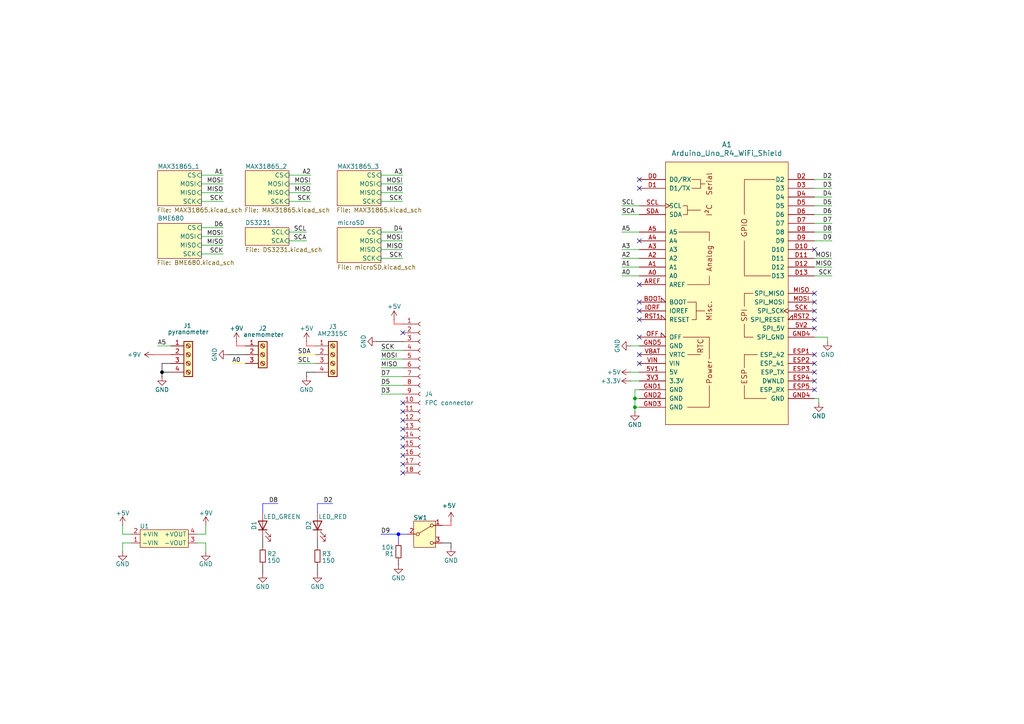
<source format=kicad_sch>
(kicad_sch (version 20231120) (generator "eeschema") (generator_version "8.0")
  (paper "A4")
  (lib_symbols
    (symbol "Connector:Conn_01x18_Socket" (pin_names (offset 1.016) hide)
      (property "Reference" "J" (at 0 22.86 0))
      (property "Value" "Conn_01x18_Socket" (at 0 -25.4 0))
      (symbol "Conn_01x18_Socket_1_1"
        (arc (start 0 -22.352) (mid -0.5058 -22.86) (end 0 -23.368) (stroke (width 0.1524)))
        (arc (start 0 -19.812) (mid -0.5058 -20.32) (end 0 -20.828) (stroke (width 0.1524)))
        (arc (start 0 -17.272) (mid -0.5058 -17.78) (end 0 -18.288) (stroke (width 0.1524)))
        (arc (start 0 -14.732) (mid -0.5058 -15.24) (end 0 -15.748) (stroke (width 0.1524)))
        (arc (start 0 -12.192) (mid -0.5058 -12.7) (end 0 -13.208) (stroke (width 0.1524)))
        (arc (start 0 -9.652) (mid -0.5058 -10.16) (end 0 -10.668) (stroke (width 0.1524)))
        (arc (start 0 -7.112) (mid -0.5058 -7.62) (end 0 -8.128) (stroke (width 0.1524)))
        (arc (start 0 -4.572) (mid -0.5058 -5.08) (end 0 -5.588) (stroke (width 0.1524)))
        (arc (start 0 -2.032) (mid -0.5058 -2.54) (end 0 -3.048) (stroke (width 0.1524)))
        (polyline (pts (xy -1.27 -22.86) (xy -0.508 -22.86)) (stroke (width 0.1524)))
        (polyline (pts (xy -1.27 -20.32) (xy -0.508 -20.32)) (stroke (width 0.1524)))
        (polyline (pts (xy -1.27 -17.78) (xy -0.508 -17.78)) (stroke (width 0.1524)))
        (polyline (pts (xy -1.27 -15.24) (xy -0.508 -15.24)) (stroke (width 0.1524)))
        (polyline (pts (xy -1.27 -12.7) (xy -0.508 -12.7)) (stroke (width 0.1524)))
        (polyline (pts (xy -1.27 -10.16) (xy -0.508 -10.16)) (stroke (width 0.1524)))
        (polyline (pts (xy -1.27 -7.62) (xy -0.508 -7.62)) (stroke (width 0.1524)))
        (polyline (pts (xy -1.27 -5.08) (xy -0.508 -5.08)) (stroke (width 0.1524)))
        (polyline (pts (xy -1.27 -2.54) (xy -0.508 -2.54)) (stroke (width 0.1524)))
        (polyline (pts (xy -1.27 0) (xy -0.508 0)) (stroke (width 0.1524)))
        (polyline (pts (xy -1.27 2.54) (xy -0.508 2.54)) (stroke (width 0.1524)))
        (polyline (pts (xy -1.27 5.08) (xy -0.508 5.08)) (stroke (width 0.1524)))
        (polyline (pts (xy -1.27 7.62) (xy -0.508 7.62)) (stroke (width 0.1524)))
        (polyline (pts (xy -1.27 10.16) (xy -0.508 10.16)) (stroke (width 0.1524)))
        (polyline (pts (xy -1.27 12.7) (xy -0.508 12.7)) (stroke (width 0.1524)))
        (polyline (pts (xy -1.27 15.24) (xy -0.508 15.24)) (stroke (width 0.1524)))
        (polyline (pts (xy -1.27 17.78) (xy -0.508 17.78)) (stroke (width 0.1524)))
        (polyline (pts (xy -1.27 20.32) (xy -0.508 20.32)) (stroke (width 0.1524)))
        (arc (start 0 0.508) (mid -0.5058 0) (end 0 -0.508) (stroke (width 0.1524)))
        (arc (start 0 3.048) (mid -0.5058 2.54) (end 0 2.032) (stroke (width 0.1524)))
        (arc (start 0 5.588) (mid -0.5058 5.08) (end 0 4.572) (stroke (width 0.1524)))
        (arc (start 0 8.128) (mid -0.5058 7.62) (end 0 7.112) (stroke (width 0.1524)))
        (arc (start 0 10.668) (mid -0.5058 10.16) (end 0 9.652) (stroke (width 0.1524)))
        (arc (start 0 13.208) (mid -0.5058 12.7) (end 0 12.192) (stroke (width 0.1524)))
        (arc (start 0 15.748) (mid -0.5058 15.24) (end 0 14.732) (stroke (width 0.1524)))
        (arc (start 0 18.288) (mid -0.5058 17.78) (end 0 17.272) (stroke (width 0.1524)))
        (arc (start 0 20.828) (mid -0.5058 20.32) (end 0 19.812) (stroke (width 0.1524)))
        (pin passive line (at -5.08 20.32 0) (length 3.81) (name "Pin_1") (number "1"))
        (pin passive line (at -5.08 -2.54 0) (length 3.81) (name "Pin_10") (number "10"))
        (pin passive line (at -5.08 -5.08 0) (length 3.81) (name "Pin_11") (number "11"))
        (pin passive line (at -5.08 -7.62 0) (length 3.81) (name "Pin_12") (number "12"))
        (pin passive line (at -5.08 -10.16 0) (length 3.81) (name "Pin_13") (number "13"))
        (pin passive line (at -5.08 -12.7 0) (length 3.81) (name "Pin_14") (number "14"))
        (pin passive line (at -5.08 -15.24 0) (length 3.81) (name "Pin_15") (number "15"))
        (pin passive line (at -5.08 -17.78 0) (length 3.81) (name "Pin_16") (number "16"))
        (pin passive line (at -5.08 -20.32 0) (length 3.81) (name "Pin_17") (number "17"))
        (pin passive line (at -5.08 -22.86 0) (length 3.81) (name "Pin_18") (number "18"))
        (pin passive line (at -5.08 17.78 0) (length 3.81) (name "Pin_2") (number "2"))
        (pin passive line (at -5.08 15.24 0) (length 3.81) (name "Pin_3") (number "3"))
        (pin passive line (at -5.08 12.7 0) (length 3.81) (name "Pin_4") (number "4"))
        (pin passive line (at -5.08 10.16 0) (length 3.81) (name "Pin_5") (number "5"))
        (pin passive line (at -5.08 7.62 0) (length 3.81) (name "Pin_6") (number "6"))
        (pin passive line (at -5.08 5.08 0) (length 3.81) (name "Pin_7") (number "7"))
        (pin passive line (at -5.08 2.54 0) (length 3.81) (name "Pin_8") (number "8"))
        (pin passive line (at -5.08 0 0) (length 3.81) (name "Pin_9") (number "9"))
      )
    )
    (symbol "Connector:Screw_Terminal_01x03" (pin_names (offset 1.016) hide)
      (property "Reference" "J" (at 0 5.08 0))
      (property "Value" "Screw_Terminal_01x03" (at 0 -5.08 0))
      (symbol "Screw_Terminal_01x03_1_1"
        (rectangle (start -1.27 3.81) (end 1.27 -3.81) (stroke (width 0.254)) (fill (type background)))
        (circle (center 0 -2.54) (radius 0.635) (stroke (width 0.1524)))
        (polyline (pts (xy -0.5334 -2.2098) (xy 0.3302 -3.048)) (stroke (width 0.1524)))
        (polyline (pts (xy -0.5334 0.3302) (xy 0.3302 -0.508)) (stroke (width 0.1524)))
        (polyline (pts (xy -0.5334 2.8702) (xy 0.3302 2.032)) (stroke (width 0.1524)))
        (polyline (pts (xy -0.3556 -2.032) (xy 0.508 -2.8702)) (stroke (width 0.1524)))
        (polyline (pts (xy -0.3556 0.508) (xy 0.508 -0.3302)) (stroke (width 0.1524)))
        (polyline (pts (xy -0.3556 3.048) (xy 0.508 2.2098)) (stroke (width 0.1524)))
        (circle (center 0 0) (radius 0.635) (stroke (width 0.1524)))
        (circle (center 0 2.54) (radius 0.635) (stroke (width 0.1524)))
        (pin passive line (at -5.08 2.54 0) (length 3.81) (name "Pin_1") (number "1"))
        (pin passive line (at -5.08 0 0) (length 3.81) (name "Pin_2") (number "2"))
        (pin passive line (at -5.08 -2.54 0) (length 3.81) (name "Pin_3") (number "3"))
      )
    )
    (symbol "Connector:Screw_Terminal_01x04" (pin_names (offset 1.016) hide)
      (property "Reference" "J" (at 0 5.08 0))
      (property "Value" "Screw_Terminal_01x04" (at 0 -7.62 0))
      (symbol "Screw_Terminal_01x04_1_1"
        (rectangle (start -1.27 3.81) (end 1.27 -6.35) (stroke (width 0.254)) (fill (type background)))
        (circle (center 0 -5.08) (radius 0.635) (stroke (width 0.1524)))
        (circle (center 0 -2.54) (radius 0.635) (stroke (width 0.1524)))
        (polyline (pts (xy -0.5334 -4.7498) (xy 0.3302 -5.588)) (stroke (width 0.1524)))
        (polyline (pts (xy -0.5334 -2.2098) (xy 0.3302 -3.048)) (stroke (width 0.1524)))
        (polyline (pts (xy -0.5334 0.3302) (xy 0.3302 -0.508)) (stroke (width 0.1524)))
        (polyline (pts (xy -0.5334 2.8702) (xy 0.3302 2.032)) (stroke (width 0.1524)))
        (polyline (pts (xy -0.3556 -4.572) (xy 0.508 -5.4102)) (stroke (width 0.1524)))
        (polyline (pts (xy -0.3556 -2.032) (xy 0.508 -2.8702)) (stroke (width 0.1524)))
        (polyline (pts (xy -0.3556 0.508) (xy 0.508 -0.3302)) (stroke (width 0.1524)))
        (polyline (pts (xy -0.3556 3.048) (xy 0.508 2.2098)) (stroke (width 0.1524)))
        (circle (center 0 0) (radius 0.635) (stroke (width 0.1524)))
        (circle (center 0 2.54) (radius 0.635) (stroke (width 0.1524)))
        (pin passive line (at -5.08 2.54 0) (length 3.81) (name "Pin_1") (number "1"))
        (pin passive line (at -5.08 0 0) (length 3.81) (name "Pin_2") (number "2"))
        (pin passive line (at -5.08 -2.54 0) (length 3.81) (name "Pin_3") (number "3"))
        (pin passive line (at -5.08 -5.08 0) (length 3.81) (name "Pin_4") (number "4"))
      )
    )
    (symbol "Device:LED" (pin_numbers hide) (pin_names (offset 1.016) hide)
      (property "Reference" "D" (at 0 2.54 0))
      (property "Value" "LED" (at 0 -2.54 0))
      (symbol "LED_0_1"
        (polyline (pts (xy -1.27 -1.27) (xy -1.27 1.27)) (stroke (width 0.254)))
        (polyline (pts (xy -1.27 0) (xy 1.27 0)))
        (polyline (pts (xy 1.27 -1.27) (xy 1.27 1.27) (xy -1.27 0) (xy 1.27 -1.27)) (stroke (width 0.254)))
        (polyline (pts (xy -3.048 -0.762) (xy -4.572 -2.286) (xy -3.81 -2.286) (xy -4.572 -2.286) (xy -4.572 -1.524)))
        (polyline (pts (xy -1.778 -0.762) (xy -3.302 -2.286) (xy -2.54 -2.286) (xy -3.302 -2.286) (xy -3.302 -1.524)))
      )
      (symbol "LED_1_1"
        (pin passive line (at -3.81 0 0) (length 2.54) (name "K") (number "1"))
        (pin passive line (at 3.81 0 180) (length 2.54) (name "A") (number "2"))
      )
    )
    (symbol "Device:R_Small" (pin_numbers hide) (pin_names (offset 0.254) hide)
      (property "Reference" "R" (at 0.762 0.508 0))
      (property "Value" "R_Small" (at 0.762 -1.016 0))
      (symbol "R_Small_0_1"
        (rectangle (start -0.762 1.778) (end 0.762 -1.778) (stroke (width 0.2032)))
      )
      (symbol "R_Small_1_1"
        (pin passive line (at 0 2.54 270) (length 0.762) (name "~") (number "1"))
        (pin passive line (at 0 -2.54 90) (length 0.762) (name "~") (number "2"))
      )
    )
    (symbol "PCM_arduino-library:Arduino_Uno_R4_WiFi_Shield" (pin_names (offset 1.016))
      (property "Reference" "A" (at 0 43.18 0))
      (property "Value" "Arduino_Uno_R4_WiFi_Shield" (at 0 40.64 0))
      (symbol "Arduino_Uno_R4_WiFi_Shield_0_0"
        (rectangle (start -17.78 38.1) (end 17.78 -38.1) (fill (type background)))
        (rectangle (start -12.7 -12.7) (end -5.08 -12.7))
        (rectangle (start -11.43 -33.02) (end -5.08 -33.02))
        (rectangle (start -10.16 -7.62) (end -8.89 -7.62))
        (rectangle (start -8.89 -7.62) (end -8.89 -2.54))
        (rectangle (start -8.89 -5.08) (end -6.35 -5.08))
        (rectangle (start -8.89 -2.54) (end -11.43 -2.54))
        (polyline (pts (xy -11.43 24.13) (xy -7.62 24.13)))
        (polyline (pts (xy -7.62 31.75) (xy -6.35 31.75)))
        (polyline (pts (xy -5.08 -26.67) (xy -5.08 -33.02)))
        (polyline (pts (xy -5.08 -12.7) (xy -5.08 -19.05)))
        (polyline (pts (xy -5.08 5.08) (xy -5.08 2.54) (xy -11.43 2.54)))
        (polyline (pts (xy -5.08 15.24) (xy -5.08 17.78) (xy -13.97 17.78)))
        (polyline (pts (xy 5.08 15.24) (xy 5.08 5.08) (xy 12.7 5.08)))
        (polyline (pts (xy 5.08 22.86) (xy 5.08 33.02) (xy 13.97 33.02)))
        (polyline (pts (xy -12.7 25.4) (xy -11.43 25.4) (xy -11.43 22.86) (xy -12.7 22.86)))
        (polyline (pts (xy -10.16 33.02) (xy -7.62 33.02) (xy -7.62 30.48) (xy -10.16 30.48)))
        (rectangle (start 5.08 -30.48) (end 5.08 -26.67))
        (rectangle (start 5.08 -30.48) (end 11.43 -30.48))
        (rectangle (start 5.08 -21.59) (end 5.08 -17.78))
        (rectangle (start 5.08 -17.78) (end 8.89 -17.78))
        (rectangle (start 5.08 -12.7) (end 5.08 -8.89))
        (rectangle (start 5.08 -12.7) (end 7.62 -12.7))
        (rectangle (start 5.08 -3.81) (end 5.08 0))
        (rectangle (start 7.62 0) (end 5.08 0))
        (text "Analog" (at -5.08 10.16 900) (effects (font (size 1.524 1.524))))
        (text "ESP" (at 5.08 -24.13 900) (effects (font (size 1.524 1.524))))
        (text "I²C" (at -5.08 24.13 900) (effects (font (size 1.524 1.524))))
        (text "Misc." (at -5.08 -5.08 900) (effects (font (size 1.524 1.524))))
        (text "Power" (at -5.08 -22.86 900) (effects (font (size 1.524 1.524))))
        (text "RTC" (at -7.62 -15.24 900) (effects (font (size 1.524 1.524))))
        (text "Serial" (at -5.08 31.75 900) (effects (font (size 1.524 1.524))))
        (text "SPI" (at 5.08 -6.35 900) (effects (font (size 1.524 1.524))))
      )
      (symbol "Arduino_Uno_R4_WiFi_Shield_0_1"
        (polyline (pts (xy -11.43 -17.78) (xy -7.62 -17.78)))
      )
      (symbol "Arduino_Uno_R4_WiFi_Shield_1_0"
        (text "GPIO" (at 5.08 19.05 900) (effects (font (size 1.524 1.524))))
      )
      (symbol "Arduino_Uno_R4_WiFi_Shield_1_1"
        (pin power_out line (at -25.4 -25.4 0) (length 7.62) (name "3.3V") (number "3V3"))
        (pin power_in line (at -25.4 -22.86 0) (length 7.62) (name "5V") (number "5V1"))
        (pin power_in line (at 25.4 -10.16 180) (length 7.62) (name "SPI_5V") (number "5V2"))
        (pin bidirectional line (at -25.4 5.08 0) (length 7.62) (name "A0") (number "A0"))
        (pin bidirectional line (at -25.4 7.62 0) (length 7.62) (name "A1") (number "A1"))
        (pin bidirectional line (at -25.4 10.16 0) (length 7.62) (name "A2") (number "A2"))
        (pin bidirectional line (at -25.4 12.7 0) (length 7.62) (name "A3") (number "A3"))
        (pin bidirectional line (at -25.4 15.24 0) (length 7.62) (name "A4") (number "A4"))
        (pin bidirectional line (at -25.4 17.78 0) (length 7.62) (name "A5") (number "A5"))
        (pin input line (at -25.4 2.54 0) (length 7.62) (name "AREF") (number "AREF"))
        (pin input input_low (at -25.4 -2.54 0) (length 7.62) (name "BOOT") (number "BOOT"))
        (pin bidirectional line (at -25.4 33.02 0) (length 7.62) (name "D0/RX") (number "D0"))
        (pin bidirectional line (at -25.4 30.48 0) (length 7.62) (name "D1/TX") (number "D1"))
        (pin bidirectional line (at 25.4 12.7 180) (length 7.62) (name "D10") (number "D10"))
        (pin bidirectional line (at 25.4 10.16 180) (length 7.62) (name "D11") (number "D11"))
        (pin bidirectional line (at 25.4 7.62 180) (length 7.62) (name "D12") (number "D12"))
        (pin bidirectional line (at 25.4 5.08 180) (length 7.62) (name "D13") (number "D13"))
        (pin bidirectional line (at 25.4 33.02 180) (length 7.62) (name "D2") (number "D2"))
        (pin bidirectional line (at 25.4 30.48 180) (length 7.62) (name "D3") (number "D3"))
        (pin bidirectional line (at 25.4 27.94 180) (length 7.62) (name "D4") (number "D4"))
        (pin bidirectional line (at 25.4 25.4 180) (length 7.62) (name "D5") (number "D5"))
        (pin bidirectional line (at 25.4 22.86 180) (length 7.62) (name "D6") (number "D6"))
        (pin bidirectional line (at 25.4 20.32 180) (length 7.62) (name "D7") (number "D7"))
        (pin bidirectional line (at 25.4 17.78 180) (length 7.62) (name "D8") (number "D8"))
        (pin bidirectional line (at 25.4 15.24 180) (length 7.62) (name "D9") (number "D9"))
        (pin bidirectional line (at 25.4 -17.78 180) (length 7.62) (name "ESP_42") (number "ESP1"))
        (pin bidirectional line (at 25.4 -20.32 180) (length 7.62) (name "ESP_41") (number "ESP2"))
        (pin bidirectional line (at 25.4 -22.86 180) (length 7.62) (name "ESP_TX") (number "ESP3"))
        (pin bidirectional line (at 25.4 -25.4 180) (length 7.62) (name "DWNLD") (number "ESP4"))
        (pin bidirectional line (at 25.4 -27.94 180) (length 7.62) (name "ESP_RX") (number "ESP5"))
        (pin power_in line (at -25.4 -27.94 0) (length 7.62) (name "GND") (number "GND1"))
        (pin power_in line (at -25.4 -30.48 0) (length 7.62) (name "GND") (number "GND2"))
        (pin power_in line (at -25.4 -33.02 0) (length 7.62) (name "GND") (number "GND3"))
        (pin power_in line (at 25.4 -30.48 180) (length 7.62) (name "GND") (number "GND4"))
        (pin power_in line (at 25.4 -12.7 180) (length 7.62) (name "SPI_GND") (number "GND4"))
        (pin power_in line (at -25.4 -15.24 0) (length 7.62) (name "GND") (number "GND5"))
        (pin output line (at -25.4 -5.08 0) (length 7.62) (name "IOREF") (number "IORF"))
        (pin input line (at 25.4 0 180) (length 7.62) (name "SPI_MISO") (number "MISO"))
        (pin output line (at 25.4 -2.54 180) (length 7.62) (name "SPI_MOSI") (number "MOSI"))
        (pin input input_low (at -25.4 -12.7 0) (length 7.62) (name "OFF") (number "OFF"))
        (pin open_collector input_low (at -25.4 -7.62 0) (length 7.62) (name "RESET") (number "RST1"))
        (pin open_collector input_low (at 25.4 -7.62 180) (length 7.62) (name "SPI_RESET") (number "RST2"))
        (pin output clock (at 25.4 -5.08 180) (length 7.62) (name "SPI_SCK") (number "SCK"))
        (pin bidirectional clock (at -25.4 25.4 0) (length 7.62) (name "SCL") (number "SCL"))
        (pin bidirectional line (at -25.4 22.86 0) (length 7.62) (name "SDA") (number "SDA"))
        (pin power_in line (at -25.4 -17.78 0) (length 7.62) (name "VRTC") (number "VBAT"))
        (pin power_in line (at -25.4 -20.32 0) (length 7.62) (name "VIN") (number "VIN"))
      )
    )
    (symbol "Switch:SW_SPDT" (pin_names (offset 0) hide)
      (property "Reference" "SW" (at 0 5.08 0))
      (property "Value" "SW_SPDT" (at 0 -5.08 0))
      (symbol "SW_SPDT_0_1"
        (circle (center -2.032 0) (radius 0.4572))
        (polyline (pts (xy -1.651 0.254) (xy 1.651 2.286)))
        (circle (center 2.032 -2.54) (radius 0.4572))
        (circle (center 2.032 2.54) (radius 0.4572))
      )
      (symbol "SW_SPDT_1_1"
        (rectangle (start -3.175 3.81) (end 3.175 -3.81) (fill (type background)))
        (pin passive line (at 5.08 2.54 180) (length 2.54) (name "A") (number "1"))
        (pin passive line (at -5.08 0 0) (length 2.54) (name "B") (number "2"))
        (pin passive line (at 5.08 -2.54 180) (length 2.54) (name "C") (number "3"))
      )
    )
    (symbol "external_symbols:PSU"
      (property "Reference" "U" (at 0.762 7.366 0))
      (symbol "PSU_0_0"
        (pin passive line (at -2.54 1.27 0) (length 2.54) (name "-VIN") (number "1"))
        (pin passive line (at 16.51 1.27 180) (length 2.54) (name "-VOUT") (number "3"))
        (pin passive line (at 16.51 3.81 180) (length 2.54) (name "+VOUT") (number "4"))
      )
      (symbol "PSU_1_0"
        (pin passive line (at -2.54 3.81 0) (length 2.54) (name "+VIN") (number "2"))
      )
      (symbol "PSU_1_1"
        (rectangle (start 0 5.08) (end 13.97 0) (fill (type background)))
      )
    )
    (symbol "power:+3.3V" (power) (pin_numbers hide) (pin_names (offset 0) hide)
      (property "Value" "+3.3V" (at 0 3.556 0))
      (symbol "+3.3V_0_1"
        (polyline (pts (xy -0.762 1.27) (xy 0 2.54)))
        (polyline (pts (xy 0 0) (xy 0 2.54)))
        (polyline (pts (xy 0 2.54) (xy 0.762 1.27)))
      )
      (symbol "+3.3V_1_1"
        (pin power_in line (at 0 0 90) (length 0) (name "~") (number "1"))
      )
    )
    (symbol "power:+5V" (power) (pin_numbers hide) (pin_names (offset 0) hide)
      (property "Value" "+5V" (at 0 3.556 0))
      (symbol "+5V_0_1"
        (polyline (pts (xy -0.762 1.27) (xy 0 2.54)))
        (polyline (pts (xy 0 0) (xy 0 2.54)))
        (polyline (pts (xy 0 2.54) (xy 0.762 1.27)))
      )
      (symbol "+5V_1_1"
        (pin power_in line (at 0 0 90) (length 0) (name "~") (number "1"))
      )
    )
    (symbol "power:+9V" (power) (pin_numbers hide) (pin_names (offset 0) hide)
      (property "Value" "+9V" (at 0 3.556 0))
      (symbol "+9V_0_1"
        (polyline (pts (xy -0.762 1.27) (xy 0 2.54)))
        (polyline (pts (xy 0 0) (xy 0 2.54)))
        (polyline (pts (xy 0 2.54) (xy 0.762 1.27)))
      )
      (symbol "+9V_1_1"
        (pin power_in line (at 0 0 90) (length 0) (name "~") (number "1"))
      )
    )
    (symbol "power:GND" (power) (pin_numbers hide) (pin_names (offset 0) hide)
      (property "Value" "GND" (at 0 -3.81 0))
      (symbol "GND_0_1"
        (polyline (pts (xy 0 0) (xy 0 -1.27) (xy 1.27 -1.27) (xy 0 -2.54) (xy -1.27 -1.27) (xy 0 -1.27)))
      )
      (symbol "GND_1_1"
        (pin power_in line (at 0 0 270) (length 0) (name "~") (number "1"))
      )
    )
  )
  (junction (at 46.99 107.95) (color 0 0 0 1))
  (junction (at 184.15 115.57))
  (junction (at 115.57 154.94) (color 0 0 255 1))
  (junction (at 184.15 118.11))
  (no_connect (at 236.22 113.03))
  (no_connect (at 236.22 90.17))
  (no_connect (at 185.42 69.85))
  (no_connect (at 185.42 102.87))
  (no_connect (at 185.42 54.61))
  (no_connect (at 236.22 95.25))
  (no_connect (at 116.84 96.52))
  (no_connect (at 185.42 87.63))
  (no_connect (at 116.84 121.92))
  (no_connect (at 116.84 134.62))
  (no_connect (at 116.84 116.84))
  (no_connect (at 116.84 132.08))
  (no_connect (at 185.42 97.79))
  (no_connect (at 236.22 92.71))
  (no_connect (at 236.22 102.87))
  (no_connect (at 116.84 129.54))
  (no_connect (at 116.84 137.16))
  (no_connect (at 236.22 105.41))
  (no_connect (at 236.22 85.09))
  (no_connect (at 236.22 87.63))
  (no_connect (at 116.84 127))
  (no_connect (at 185.42 52.07))
  (no_connect (at 236.22 107.95))
  (no_connect (at 116.84 124.46))
  (no_connect (at 185.42 82.55))
  (no_connect (at 185.42 92.71))
  (no_connect (at 236.22 72.39))
  (no_connect (at 116.84 119.38))
  (no_connect (at 185.42 105.41))
  (no_connect (at 236.22 110.49))
  (no_connect (at 185.42 90.17))
  (wire (pts (xy 35.56 152.4) (xy 35.56 154.94)))
  (wire (pts (xy 110.49 109.22) (xy 116.84 109.22)))
  (wire (pts (xy 110.49 69.85) (xy 116.84 69.85)))
  (wire (pts (xy 236.22 67.31) (xy 241.3 67.31)))
  (wire (pts (xy 58.42 68.58) (xy 64.77 68.58)))
  (wire (pts (xy 110.49 74.93) (xy 116.84 74.93)))
  (wire (pts (xy 68.58 100.33) (xy 68.58 99.06)) (stroke (width 0) (color 255 0 0 1)))
  (wire (pts (xy 236.22 97.79) (xy 240.03 97.79)))
  (wire (pts (xy 109.22 99.06) (xy 116.84 99.06)) (stroke (width 0) (color 1 1 1 1)))
  (wire (pts (xy 185.42 59.69) (xy 180.34 59.69)))
  (wire (pts (xy 49.53 107.95) (xy 46.99 107.95)) (stroke (width 0) (color 0 0 0 1)))
  (wire (pts (xy 59.69 152.4) (xy 59.69 154.94)))
  (wire (pts (xy 58.42 50.8) (xy 64.77 50.8)))
  (wire (pts (xy 240.03 99.06) (xy 240.03 97.79)))
  (wire (pts (xy 180.34 77.47) (xy 185.42 77.47)))
  (wire (pts (xy 92.075 146.05) (xy 92.075 148.59)) (stroke (width 0) (color 0 0 255 1)))
  (wire (pts (xy 46.99 109.22) (xy 46.99 107.95)) (stroke (width 0) (color 0 0 0 1)))
  (wire (pts (xy 185.42 62.23) (xy 180.34 62.23)))
  (wire (pts (xy 116.84 106.68) (xy 110.49 106.68)))
  (wire (pts (xy 236.22 77.47) (xy 241.3 77.47)))
  (wire (pts (xy 83.82 67.31) (xy 88.9 67.31)))
  (wire (pts (xy 236.22 64.77) (xy 241.3 64.77)))
  (wire (pts (xy 182.88 110.49) (xy 185.42 110.49)))
  (wire (pts (xy 128.27 157.48) (xy 130.81 157.48)) (stroke (width 0) (color 0 0 0 1)))
  (wire (pts (xy 184.15 115.57) (xy 184.15 118.11)))
  (wire (pts (xy 110.49 58.42) (xy 116.84 58.42)))
  (wire (pts (xy 110.49 55.88) (xy 116.84 55.88)))
  (wire (pts (xy 236.22 54.61) (xy 241.3 54.61)))
  (wire (pts (xy 184.15 118.11) (xy 185.42 118.11)))
  (wire (pts (xy 185.42 80.01) (xy 180.34 80.01)))
  (wire (pts (xy 110.49 50.8) (xy 116.84 50.8)))
  (wire (pts (xy 58.42 58.42) (xy 64.77 58.42)))
  (wire (pts (xy 76.2 163.83) (xy 76.2 166.37)) (stroke (width 0) (color 0 0 0 1)))
  (wire (pts (xy 38.1 157.48) (xy 35.56 157.48)))
  (wire (pts (xy 185.42 113.03) (xy 184.15 113.03)))
  (wire (pts (xy 110.49 53.34) (xy 116.84 53.34)))
  (wire (pts (xy 68.58 100.33) (xy 71.12 100.33)) (stroke (width 0) (color 255 0 0 1)))
  (wire (pts (xy 236.22 69.85) (xy 241.3 69.85)))
  (wire (pts (xy 116.84 101.6) (xy 110.49 101.6)))
  (wire (pts (xy 57.15 154.94) (xy 59.69 154.94)))
  (wire (pts (xy 184.15 113.03) (xy 184.15 115.57)))
  (wire (pts (xy 67.31 105.41) (xy 71.12 105.41)) (stroke (width 0) (color 255 255 0 1)))
  (wire (pts (xy 236.22 115.57) (xy 237.49 115.57)))
  (wire (pts (xy 59.69 160.02) (xy 59.69 157.48)))
  (wire (pts (xy 46.99 105.41) (xy 46.99 107.95)) (stroke (width 0) (color 0 0 0 1)))
  (wire (pts (xy 115.57 154.94) (xy 115.57 157.48)) (stroke (width 0) (color 0 0 255 1)))
  (wire (pts (xy 83.82 69.85) (xy 88.9 69.85)))
  (wire (pts (xy 58.42 53.34) (xy 64.77 53.34)))
  (wire (pts (xy 76.2 146.05) (xy 76.2 148.59)) (stroke (width 0) (color 0 0 255 1)))
  (wire (pts (xy 184.15 118.11) (xy 184.15 119.38)))
  (wire (pts (xy 236.22 62.23) (xy 241.3 62.23)))
  (wire (pts (xy 58.42 66.04) (xy 64.77 66.04)))
  (wire (pts (xy 184.15 115.57) (xy 185.42 115.57)))
  (wire (pts (xy 88.9 99.06) (xy 88.9 100.33)) (stroke (width 0) (color 255 0 0 1)))
  (wire (pts (xy 182.88 107.95) (xy 185.42 107.95)))
  (wire (pts (xy 116.84 104.14) (xy 110.49 104.14)))
  (wire (pts (xy 80.645 146.05) (xy 76.2 146.05)) (stroke (width 0) (color 0 0 255 1)))
  (wire (pts (xy 130.81 152.4) (xy 130.81 151.13)) (stroke (width 0) (color 255 0 0 1)))
  (wire (pts (xy 92.075 156.21) (xy 92.075 158.75)) (stroke (width 0) (color 0 0 0 1)))
  (wire (pts (xy 86.36 102.87) (xy 91.44 102.87)) (stroke (width 0) (color 255 255 0 1)))
  (wire (pts (xy 66.04 102.87) (xy 71.12 102.87)) (stroke (width 0) (color 0 0 0 1)))
  (wire (pts (xy 35.56 160.02) (xy 35.56 157.48)))
  (wire (pts (xy 110.49 154.94) (xy 115.57 154.94)) (stroke (width 0) (color 0 0 255 1)))
  (wire (pts (xy 115.57 163.83) (xy 115.57 162.56)) (stroke (width 0) (color 0 0 0 1)))
  (wire (pts (xy 180.34 72.39) (xy 185.42 72.39)))
  (wire (pts (xy 58.42 71.12) (xy 64.77 71.12)))
  (wire (pts (xy 76.2 156.21) (xy 76.2 158.75)) (stroke (width 0) (color 0 0 0 1)))
  (wire (pts (xy 180.34 74.93) (xy 185.42 74.93)))
  (wire (pts (xy 110.49 72.39) (xy 116.84 72.39)))
  (wire (pts (xy 115.57 154.94) (xy 118.11 154.94)) (stroke (width 0) (color 0 0 255 1)))
  (wire (pts (xy 128.27 152.4) (xy 130.81 152.4)) (stroke (width 0) (color 255 0 0 1)))
  (wire (pts (xy 49.53 102.87) (xy 44.45 102.87)) (stroke (width 0) (color 255 0 0 1)))
  (wire (pts (xy 114.3 93.98) (xy 116.84 93.98)) (stroke (width 0) (color 255 0 0 1)))
  (wire (pts (xy 236.22 74.93) (xy 241.3 74.93)))
  (wire (pts (xy 83.82 50.8) (xy 90.17 50.8)))
  (wire (pts (xy 83.82 53.34) (xy 90.17 53.34)))
  (wire (pts (xy 86.36 105.41) (xy 91.44 105.41)))
  (wire (pts (xy 236.22 80.01) (xy 241.3 80.01)))
  (wire (pts (xy 110.49 111.76) (xy 116.84 111.76)))
  (wire (pts (xy 182.88 100.33) (xy 185.42 100.33)))
  (wire (pts (xy 236.22 52.07) (xy 241.3 52.07)))
  (wire (pts (xy 83.82 58.42) (xy 90.17 58.42)))
  (wire (pts (xy 96.52 146.05) (xy 92.075 146.05)) (stroke (width 0) (color 0 0 255 1)))
  (wire (pts (xy 57.15 157.48) (xy 59.69 157.48)))
  (wire (pts (xy 110.49 114.3) (xy 116.84 114.3)))
  (wire (pts (xy 58.42 73.66) (xy 64.77 73.66)))
  (wire (pts (xy 45.72 100.33) (xy 49.53 100.33)))
  (wire (pts (xy 88.9 109.22) (xy 88.9 107.95)) (stroke (width 0) (color 1 1 1 1)))
  (wire (pts (xy 88.9 100.33) (xy 91.44 100.33)) (stroke (width 0) (color 255 0 0 1)))
  (wire (pts (xy 130.81 157.48) (xy 130.81 158.75)) (stroke (width 0) (color 0 0 0 1)))
  (wire (pts (xy 237.49 115.57) (xy 237.49 116.84)))
  (wire (pts (xy 38.1 154.94) (xy 35.56 154.94)))
  (wire (pts (xy 83.82 55.88) (xy 90.17 55.88)))
  (wire (pts (xy 185.42 67.31) (xy 180.34 67.31)))
  (wire (pts (xy 236.22 57.15) (xy 241.3 57.15)))
  (wire (pts (xy 114.3 92.71) (xy 114.3 93.98)) (stroke (width 0) (color 255 0 0 1)))
  (wire (pts (xy 236.22 59.69) (xy 241.3 59.69)))
  (wire (pts (xy 88.9 107.95) (xy 91.44 107.95)) (stroke (width 0) (color 1 1 1 1)))
  (wire (pts (xy 92.075 163.83) (xy 92.075 166.37)) (stroke (width 0) (color 0 0 0 1)))
  (wire (pts (xy 110.49 67.31) (xy 116.84 67.31)))
  (wire (pts (xy 58.42 55.88) (xy 64.77 55.88)))
  (wire (pts (xy 49.53 105.41) (xy 46.99 105.41)) (stroke (width 0) (color 0 0 0 1)))
  (label "SCK" (at 110.49 101.6 0))
  (label "MOSI" (at 241.3 74.93 180))
  (label "D5" (at 110.49 111.76 0))
  (label "D6" (at 64.77 66.04 180))
  (label "SCK" (at 64.77 58.42 180))
  (label "MOSI" (at 110.49 104.14 0))
  (label "SCL" (at 180.34 59.69 0))
  (label "D5" (at 241.3 59.69 180))
  (label "D7" (at 110.49 109.22 0))
  (label "SCK" (at 241.3 80.01 180))
  (label "D2" (at 96.52 146.05 180))
  (label "MISO" (at 241.3 77.47 180))
  (label "SCK" (at 64.77 73.66 180))
  (label "SCK" (at 90.17 58.42 180))
  (label "A0" (at 67.31 105.41 0))
  (label "MISO" (at 90.17 55.88 180))
  (label "SCK" (at 116.84 58.42 180))
  (label "A0" (at 180.34 80.01 0))
  (label "MISO" (at 64.77 71.12 180))
  (label "D3" (at 241.3 54.61 180))
  (label "A2" (at 90.17 50.8 180))
  (label "MISO" (at 64.77 55.88 180))
  (label "A3" (at 116.84 50.8 180))
  (label "D9" (at 241.3 69.85 180))
  (label "MISO" (at 110.49 106.68 0))
  (label "SCK" (at 116.84 74.93 180))
  (label "D4" (at 116.84 67.31 180))
  (label "SCA" (at 180.34 62.23 0))
  (label "MOSI" (at 90.17 53.34 180))
  (label "A1" (at 180.34 77.47 0))
  (label "A3" (at 180.34 72.39 0))
  (label "MOSI" (at 116.84 69.85 180))
  (label "D2" (at 241.3 52.07 180))
  (label "D8" (at 241.3 67.31 180))
  (label "SDA" (at 86.36 102.87 0))
  (label "MISO" (at 116.84 55.88 180))
  (label "A1" (at 64.77 50.8 180))
  (label "MOSI" (at 116.84 53.34 180))
  (label "D3" (at 110.49 114.3 0))
  (label "A5" (at 45.72 100.33 0))
  (label "SCA" (at 88.9 69.85 180))
  (label "A2" (at 180.34 74.93 0))
  (label "D4" (at 241.3 57.15 180))
  (label "D7" (at 241.3 64.77 180))
  (label "MOSI" (at 64.77 68.58 180))
  (label "A5" (at 180.34 67.31 0))
  (label "D9" (at 110.49 154.94 0))
  (label "SCL" (at 86.36 105.41 0))
  (label "D8" (at 80.645 146.05 180))
  (label "SCL" (at 88.9 67.31 180))
  (label "D6" (at 241.3 62.23 180))
  (label "MISO" (at 116.84 72.39 180))
  (label "MOSI" (at 64.77 53.34 180))
  (symbol (lib_id "power:+9V") (at 44.45 102.87 90) (unit 1)
    (property "Reference" "#PWR05" (effects (hide yes)))
    (property "Value" "+9V" (at 36.83 102.87 90) (effects (justify right)))
  )
  (symbol (lib_id "Connector:Screw_Terminal_01x04") (at 96.52 102.87 0) (unit 1)
    (property "Reference" "J3" (at 96.52 94.742 0))
    (property "Value" "AM2315C" (at 96.52 96.774 0))
    (property "Footprint" "TerminalBlock:TerminalBlock_bornier-4_P5.08mm" (effects (hide yes)))
    (property "Description" "Generic screw terminal, single row, 01x04, script generated (kicad-library-utils/schlib/autogen/connector/)" (effects (hide yes)))
    (property "Manufacturer" "Molex" (effects (hide yes)))
    (property "MPN" "0395430004" (effects (hide yes)))
    (property "Supplier" "DigiKey" (effects (hide yes)))
    (property "SPN" "WM13967-ND" (effects (hide yes)))
  )
  (symbol (lib_id "Connector:Screw_Terminal_01x04") (at 54.61 102.87 0) (unit 1)
    (property "Reference" "J1" (at 54.356 94.488 0))
    (property "Value" "pyranometer" (at 54.61 96.266 0))
    (property "Footprint" "TerminalBlock:TerminalBlock_bornier-4_P5.08mm" (effects (hide yes)))
    (property "Description" "Generic screw terminal, single row, 01x04, script generated (kicad-library-utils/schlib/autogen/connector/)" (effects (hide yes)))
    (property "Manufacturer" "Molex" (effects (hide yes)))
    (property "MPN" "0395430004" (effects (hide yes)))
    (property "Supplier" "DigiKey" (effects (hide yes)))
    (property "SPN" "WM13967-ND" (effects (hide yes)))
  )
  (symbol (lib_id "power:+9V") (at 68.58 99.06 0) (unit 1)
    (property "Reference" "#PWR02" (effects (hide yes)))
    (property "Value" "+9V" (at 68.58 95.25 0))
  )
  (symbol (lib_id "power:+3.3V") (at 182.88 110.49 90) (unit 1)
    (property "Reference" "#PWR049" (effects (hide yes)))
    (property "Value" "+3.3V" (at 180.086 110.49 90) (effects (justify left)))
    (property "Description" "Power symbol creates a global label with name \"+3.3V\"" (effects (hide yes)))
  )
  (symbol (lib_id "power:GND") (at 184.15 119.38 0) (unit 1)
    (property "Reference" "#PWR046" (effects (hide yes)))
    (property "Value" "GND" (at 184.15 123.19 0))
  )
  (symbol (lib_id "Device:R_Small") (at 76.2 161.29 0) (unit 1)
    (property "Reference" "R2" (at 77.47 160.655 0) (effects (justify left)))
    (property "Value" "150" (at 77.47 162.56 0) (effects (justify left)))
    (property "Footprint" "Resistor_SMD:R_1206_3216Metric_Pad1.30x1.75mm_HandSolder" (effects (hide yes)))
    (property "Description" "SMD Chip Resistor, 150 ohm, ± 1%, 250 mW, 1206 [3216 Metric], Thick Film, General Purpose" (effects (hide yes)))
    (property "Manufacturer" "/" (effects (hide yes)))
    (property "MPN" "/" (effects (hide yes)))
    (property "Supplier" "Eurocircuits" (effects (hide yes)))
    (property "SPN" "GPR1206150R" (effects (hide yes)))
    (property "Component package type" "R_1206" (effects (hide yes)))
  )
  (symbol (lib_id "power:+9V") (at 59.69 152.4 0) (unit 1)
    (property "Reference" "#PWR011" (effects (hide yes)))
    (property "Value" "+9V" (at 59.69 148.844 0))
    (property "Description" "Power symbol creates a global label with name \"+9V\"" (effects (hide yes)))
  )
  (symbol (lib_id "power:+5V") (at 35.56 152.4 0) (unit 1)
    (property "Reference" "#PWR010" (effects (hide yes)))
    (property "Value" "+5V" (at 35.56 148.844 0))
    (property "Description" "Power symbol creates a global label with name \"+5V\"" (effects (hide yes)))
  )
  (symbol (lib_id "external_symbols:PSU") (at 40.64 158.75 0) (unit 1)
    (property "Reference" "U1" (at 41.91 152.654 0))
    (property "Value" "TBA_1-0519" (effects (hide yes)))
    (property "Footprint" "external_footprints:TBA_1-0519" (effects (hide yes)))
    (property "Description" "DC DC CONVERTER 9V 990MW" (effects (hide yes)))
    (property "Manufacturer" "Traco Power" (effects (hide yes)))
    (property "MPN" "TBA 1-0519" (effects (hide yes)))
    (property "Supplier" "DigiKey" (effects (hide yes)))
    (property "SPN" "1951-3372-ND" (effects (hide yes)))
  )
  (symbol (lib_id "power:GND") (at 92.075 166.37 0) (unit 1)
    (property "Reference" "#PWR017" (effects (hide yes)))
    (property "Value" "GND" (at 92.075 170.18 0))
  )
  (symbol (lib_id "power:+5V") (at 88.9 99.06 0) (unit 1)
    (property "Reference" "#PWR03" (effects (hide yes)))
    (property "Value" "+5V" (at 88.9 95.25 0))
  )
  (symbol (lib_id "power:+5V") (at 114.3 92.71 0) (unit 1)
    (property "Reference" "#PWR01" (effects (hide yes)))
    (property "Value" "+5V" (at 114.3 88.9 0))
  )
  (symbol (lib_id "Device:LED") (at 92.075 152.4 90) (unit 1) (exclude_from_sim yes)
    (property "Reference" "D2" (at 89.535 152.4 0))
    (property "Value" "LED_RED" (at 96.52 149.86 90))
    (property "Footprint" "LED_SMD:LED_1206_3216Metric_Pad1.42x1.75mm_HandSolder" (effects (hide yes)))
    (property "Description" "Red LED" (effects (hide yes)))
    (property "Manufacturer" "Everlight Electronics Co Ltd" (effects (hide yes)))
    (property "MPN" "QTLP650D2TR" (effects (hide yes)))
    (property "Supplier" "DigiKey" (effects (hide yes)))
    (property "SPN" "1080-1417-2-ND" (effects (hide yes)))
    (property "Component package type" "1206" (effects (hide yes)))
  )
  (symbol (lib_id "PCM_arduino-library:Arduino_Uno_R4_WiFi_Shield") (at 210.82 85.09 0) (unit 1)
    (property "Reference" "A1" (at 210.82 41.91 0) (effects (font (size 1.524 1.524))))
    (property "Value" "Arduino_Uno_R4_WiFi_Shield" (at 210.82 44.45 0) (effects (font (size 1.524 1.524))))
    (property "Footprint" "PCM_arduino-library:Arduino_Uno_R4_WiFi_Shield" (effects (hide yes)))
    (property "Datasheet" "https://docs.arduino.cc/hardware/uno-r4-wifi" (effects (hide yes)))
    (property "Description" "Shield for Arduino Uno R4 WiFi" (effects (hide yes)))
  )
  (symbol (lib_id "power:+5V") (at 130.81 151.13 0) (unit 1)
    (property "Reference" "#PWR09" (effects (hide yes)))
    (property "Value" "+5V" (at 130.175 146.685 0))
  )
  (symbol (lib_id "Device:R_Small") (at 92.075 161.29 0) (unit 1)
    (property "Reference" "R3" (at 93.345 160.655 0) (effects (justify left)))
    (property "Value" "150" (at 93.345 162.56 0) (effects (justify left)))
    (property "Footprint" "Resistor_SMD:R_1206_3216Metric_Pad1.30x1.75mm_HandSolder" (effects (hide yes)))
    (property "Description" "SMD Chip Resistor, 150 ohm, ± 1%, 250 mW, 1206 [3216 Metric], Thick Film, General Purpose" (effects (hide yes)))
    (property "Manufacturer" "/" (effects (hide yes)))
    (property "MPN" "/" (effects (hide yes)))
    (property "Supplier" "Eurocircuits" (effects (hide yes)))
    (property "SPN" "GPR1206150R" (effects (hide yes)))
    (property "Component package type" "R_1206" (effects (hide yes)))
  )
  (symbol (lib_id "power:GND") (at 59.69 160.02 0) (unit 1)
    (property "Reference" "#PWR014" (effects (hide yes)))
    (property "Value" "GND" (at 59.69 163.576 0))
    (property "Description" "Power symbol creates a global label with name \"GND\" , ground" (effects (hide yes)))
  )
  (symbol (lib_id "Device:LED") (at 76.2 152.4 90) (unit 1) (exclude_from_sim yes)
    (property "Reference" "D1" (at 73.66 152.4 0))
    (property "Value" "LED_GREEN" (at 81.788 149.86 90))
    (property "Footprint" "LED_SMD:LED_1206_3216Metric_Pad1.42x1.75mm_HandSolder" (effects (hide yes)))
    (property "Description" "Green LED" (effects (hide yes)))
    (property "Manufacturer" "Würth Elektronik" (effects (hide yes)))
    (property "MPN" "150120VS75000" (effects (hide yes)))
    (property "Supplier" "DigiKey" (effects (hide yes)))
    (property "SPN" "732-4993-1-ND" (effects (hide yes)))
    (property "Component package type" "1206" (effects (hide yes)))
  )
  (symbol (lib_id "Switch:SW_SPDT") (at 123.19 154.94 0) (unit 1)
    (property "Reference" "SW1" (at 119.888 150.876 0) (effects (justify left bottom)))
    (property "Value" "500SSP1S2M2QEA" (effects (hide yes)))
    (property "Footprint" "external_footprints:500SSP1S2M2QEA" (effects (hide yes)))
    (property "Description" "Switch, single pole double throw" (effects (hide yes)))
    (property "Manufacturer" "E-switch" (effects (hide yes)))
    (property "MPN" "500SSP1S2M2QEA" (effects (hide yes)))
    (property "Supplier" "DigiKey" (effects (hide yes)))
    (property "SPN" "EG5137-ND" (effects (hide yes)))
  )
  (symbol (lib_id "power:GND") (at 130.81 158.75 0) (unit 1)
    (property "Reference" "#PWR012" (effects (hide yes)))
    (property "Value" "GND" (at 130.81 162.56 0))
  )
  (symbol (lib_id "power:GND") (at 115.57 163.83 0) (unit 1)
    (property "Reference" "#PWR015" (effects (hide yes)))
    (property "Value" "GND" (at 115.57 167.64 0))
  )
  (symbol (lib_id "power:GND") (at 76.2 166.37 0) (unit 1)
    (property "Reference" "#PWR016" (effects (hide yes)))
    (property "Value" "GND" (at 76.2 170.18 0))
  )
  (symbol (lib_id "power:GND") (at 109.22 99.06 270) (unit 1)
    (property "Reference" "#PWR04" (effects (hide yes)))
    (property "Value" "GND" (at 105.41 99.06 0))
  )
  (symbol (lib_id "Connector:Screw_Terminal_01x03") (at 76.2 102.87 0) (unit 1)
    (property "Reference" "J2" (at 76.2 95.25 0))
    (property "Value" "anemometer" (at 76.454 97.028 0))
    (property "Footprint" "TerminalBlock:TerminalBlock_bornier-3_P5.08mm" (effects (hide yes)))
    (property "Description" "Generic screw terminal, single row, 01x03, script generated (kicad-library-utils/schlib/autogen/connector/)" (effects (hide yes)))
    (property "Manufacturer" "Molex" (effects (hide yes)))
    (property "MPN" "0395430003" (effects (hide yes)))
    (property "Supplier" "DigiKey" (effects (hide yes)))
    (property "SPN" "WM9752-ND" (effects (hide yes)))
  )
  (symbol (lib_id "power:GND") (at 182.88 100.33 270) (unit 1)
    (property "Reference" "#PWR050" (effects (hide yes)))
    (property "Value" "GND" (at 179.07 100.33 0))
  )
  (symbol (lib_id "power:GND") (at 240.03 99.06 0) (unit 1)
    (property "Reference" "#PWR048" (effects (hide yes)))
    (property "Value" "GND" (at 240.03 102.87 0))
  )
  (symbol (lib_id "power:GND") (at 35.56 160.02 0) (unit 1)
    (property "Reference" "#PWR013" (effects (hide yes)))
    (property "Value" "GND" (at 35.56 163.576 0))
    (property "Description" "Power symbol creates a global label with name \"GND\" , ground" (effects (hide yes)))
  )
  (symbol (lib_id "Connector:Conn_01x18_Socket") (at 121.92 114.3 0) (unit 1)
    (property "Reference" "J4" (at 123.19 114.2999 0) (effects (justify left)))
    (property "Value" "FPC connector" (at 123.19 116.8399 0) (effects (justify left)))
    (property "Footprint" "external_footprints:XF2M-1815-1A" (effects (hide yes)))
    (property "Description" "CONN FPC 18POS 0.5MM R/A" (effects (hide yes)))
    (property "MPN" "XF2M-1815-1A" (effects (hide yes)))
    (property "Component package type" "/" (effects (hide yes)))
    (property "Manufacturer" "Omron Electronics Inc-EMC Div" (effects (hide yes)))
    (property "SPN" "OR718CT-ND" (effects (hide yes)))
    (property "Supplier" "DigiKey" (effects (hide yes)))
  )
  (symbol (lib_id "Device:R_Small") (at 115.57 160.02 180) (unit 1)
    (property "Reference" "R1" (at 114.3 160.655 0) (effects (justify left)))
    (property "Value" "10k" (at 114.3 158.75 0) (effects (justify left)))
    (property "Footprint" "Resistor_SMD:R_1206_3216Metric_Pad1.30x1.75mm_HandSolder" (effects (hide yes)))
    (property "Description" "SMD Chip Resistor, 10 kohm, ± 1%, 250 mW, 1206 [3216 Metric], Thick Film, General Purpose" (effects (hide yes)))
    (property "Manufacturer" "/" (effects (hide yes)))
    (property "MPN" "/" (effects (hide yes)))
    (property "Supplier" "Eurocircuits" (effects (hide yes)))
    (property "SPN" "GPR120610K" (effects (hide yes)))
    (property "Component package type" "R_1206" (effects (hide yes)))
  )
  (symbol (lib_id "power:+5V") (at 182.88 107.95 90) (unit 1)
    (property "Reference" "#PWR051" (effects (hide yes)))
    (property "Value" "+5V" (at 180.086 107.95 90) (effects (justify left)))
    (property "Description" "Power symbol creates a global label with name \"+5V\"" (effects (hide yes)))
  )
  (symbol (lib_id "power:GND") (at 66.04 102.87 270) (unit 1)
    (property "Reference" "#PWR06" (effects (hide yes)))
    (property "Value" "GND" (at 62.23 102.87 0))
  )
  (symbol (lib_id "power:GND") (at 88.9 109.22 0) (unit 1)
    (property "Reference" "#PWR08" (effects (hide yes)))
    (property "Value" "GND" (at 88.9 113.03 0))
  )
  (symbol (lib_id "power:GND") (at 237.49 116.84 0) (unit 1)
    (property "Reference" "#PWR047" (effects (hide yes)))
    (property "Value" "GND" (at 237.49 120.65 0))
  )
  (symbol (lib_id "power:GND") (at 46.99 109.22 0) (mirror y) (unit 1)
    (property "Reference" "#PWR07" (effects (hide yes)))
    (property "Value" "GND" (at 46.99 113.03 0))
  )
  (sheet (at 97.79 66.04) (size 12.7 10.16) (stroke (width 0.1524)) (fill (color 255 255 194 1.0000))
    (property "Sheetname" "microSD" (at 97.79 65.3284 0) (effects (justify left bottom)))
    (property "Sheetfile" "microSD.kicad_sch" (at 97.79 76.7846 0) (effects (justify left top)))
    (pin "SCK" input (at 110.49 74.93 0))
    (pin "MISO" input (at 110.49 72.39 0))
    (pin "MOSI" input (at 110.49 69.85 0))
    (pin "CS" input (at 110.49 67.31 0))
  )
  (sheet (at 97.79 49.53) (size 12.7 10.16) (stroke (width 0.1524)) (fill (color 255 255 194 1.0000))
    (property "Sheetname" "MAX31865_3" (at 97.79 49.022 0) (effects (justify left bottom)))
    (property "Sheetfile" "MAX31865.kicad_sch" (at 97.536 60.198 0) (effects (justify left top)))
    (pin "SCK" input (at 110.49 58.42 0))
    (pin "MISO" input (at 110.49 55.88 0))
    (pin "CS" input (at 110.49 50.8 0))
    (pin "MOSI" input (at 110.49 53.34 0))
  )
  (sheet (at 71.12 66.04) (size 12.7 5.08) (stroke (width 0.1524)) (fill (color 255 255 194 1.0000))
    (property "Sheetname" "DS3231" (at 71.12 65.3284 0) (effects (justify left bottom)))
    (property "Sheetfile" "DS3231.kicad_sch" (at 71.12 71.7046 0) (effects (justify left top)))
    (pin "SCL" input (at 83.82 67.31 0))
    (pin "SCA" input (at 83.82 69.85 0))
  )
  (sheet (at 45.72 64.77) (size 12.7 10.16) (stroke (width 0.1524)) (fill (color 255 255 194 1.0000))
    (property "Sheetname" "BME680" (at 45.72 64.0584 0) (effects (justify left bottom)))
    (property "Sheetfile" "BME680.kicad_sch" (at 45.466 75.438 0) (effects (justify left top)))
    (pin "MOSI" input (at 58.42 68.58 0))
    (pin "MISO" input (at 58.42 71.12 0))
    (pin "SCK" input (at 58.42 73.66 0))
    (pin "CS" input (at 58.42 66.04 0))
  )
  (sheet (at 45.72 49.53) (size 12.7 10.16) (stroke (width 0.1524)) (fill (color 255 255 194 1.0000))
    (property "Sheetname" "MAX31865_1" (at 45.72 49.022 0) (effects (justify left bottom)))
    (property "Sheetfile" "MAX31865.kicad_sch" (at 45.466 60.198 0) (effects (justify left top)))
    (pin "SCK" input (at 58.42 58.42 0))
    (pin "MISO" input (at 58.42 55.88 0))
    (pin "CS" input (at 58.42 50.8 0))
    (pin "MOSI" input (at 58.42 53.34 0))
  )
  (sheet (at 71.12 49.53) (size 12.7 10.16) (stroke (width 0.1524)) (fill (color 255 255 194 1.0000))
    (property "Sheetname" "MAX31865_2" (at 71.12 49.022 0) (effects (justify left bottom)))
    (property "Sheetfile" "MAX31865.kicad_sch" (at 70.866 60.198 0) (effects (justify left top)))
    (pin "SCK" input (at 83.82 58.42 0))
    (pin "MISO" input (at 83.82 55.88 0))
    (pin "CS" input (at 83.82 50.8 0))
    (pin "MOSI" input (at 83.82 53.34 0))
  )
)
</source>
